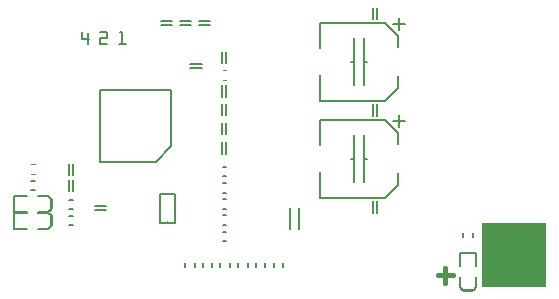
<source format=gto>
G04*
G04 #@! TF.GenerationSoftware,Altium Limited,Altium Designer,18.0.11 (651)*
G04*
G04 Layer_Color=65535*
%FSLAX43Y43*%
%MOMM*%
G71*
G01*
G75*
%ADD10C,0.200*%
%ADD11C,0.127*%
%ADD12C,0.102*%
%ADD13C,0.152*%
%ADD14C,0.400*%
%ADD15R,5.500X5.500*%
D10*
X13575Y5900D02*
G03*
X13325Y5900I-125J0D01*
G01*
X7700Y21600D02*
X8300D01*
X7700Y21100D02*
Y21600D01*
X6200Y21500D02*
Y22100D01*
X9400D02*
X9600D01*
X8300Y21600D02*
Y22100D01*
X6700Y21100D02*
Y22000D01*
X6200Y21500D02*
X6800D01*
X7700Y22100D02*
X8300D01*
X7700Y21100D02*
X8300D01*
X9600Y21100D02*
Y22100D01*
X9300Y21100D02*
X9900D01*
X12810Y8400D02*
X14090D01*
X13575Y5900D02*
X14090D01*
Y8400D01*
X12810Y5900D02*
X13325D01*
X12810D02*
Y8400D01*
X13765Y12420D02*
Y17165D01*
X12480Y11135D02*
X13765Y12420D01*
X7735Y17165D02*
X13765D01*
X7735Y11135D02*
X12480D01*
X7735D02*
Y17165D01*
D11*
X5428Y8649D02*
Y9601D01*
X5072Y8649D02*
Y9601D01*
X1898Y9531D02*
X2202D01*
X1898Y8719D02*
X2202D01*
X5098Y7931D02*
X5402D01*
X5098Y7119D02*
X5402D01*
X12874Y23078D02*
X13826D01*
X12874Y22722D02*
X13826D01*
X450Y8200D02*
X1550D01*
X2450D02*
X3350D01*
X3550Y8000D01*
X3500Y8050D02*
X3675Y7875D01*
Y7175D02*
Y7875D01*
X450Y6850D02*
Y8200D01*
Y6850D02*
X1550D01*
X3525Y7025D02*
X3675Y7175D01*
X3550Y7050D02*
Y8000D01*
X2450Y6850D02*
X3350D01*
X3550Y7050D01*
X31178Y23224D02*
Y24176D01*
X30822Y23224D02*
Y24176D01*
X24575Y5474D02*
Y7226D01*
X23775Y5474D02*
Y7226D01*
X18123Y5206D02*
X18427D01*
X18123Y4394D02*
X18427D01*
X3350Y6825D02*
X3550Y6625D01*
Y5675D02*
Y6625D01*
X3500Y6675D02*
X3675Y6500D01*
X3525Y5650D02*
X3675Y5800D01*
X3350Y5475D02*
X3550Y5675D01*
X2450Y5475D02*
X3350D01*
X2450Y6825D02*
X3350D01*
X450Y5475D02*
Y6825D01*
Y5475D02*
X1550D01*
X450Y6825D02*
X1550D01*
X3675Y5800D02*
Y6500D01*
X39350Y300D02*
X39550Y500D01*
X38400Y300D02*
X39350D01*
X39225Y175D02*
X39400Y350D01*
X38375Y325D02*
X38525Y175D01*
X38200Y500D02*
X38400Y300D01*
X38200Y500D02*
Y1400D01*
X39550Y500D02*
Y1400D01*
X38200Y3400D02*
X39550D01*
X38200Y2300D02*
Y3400D01*
X39550Y2300D02*
Y3400D01*
X38525Y175D02*
X39225D01*
X5098Y6556D02*
X5402D01*
X5098Y5744D02*
X5402D01*
X39281Y4773D02*
Y5077D01*
X38469Y4773D02*
Y5077D01*
X30822Y15024D02*
Y15976D01*
X31178Y15024D02*
Y15976D01*
X30822Y6824D02*
Y7776D01*
X31178Y6824D02*
Y7776D01*
X5072Y10024D02*
Y10976D01*
X5428Y10024D02*
Y10976D01*
X7299Y7047D02*
X8251D01*
X7299Y7403D02*
X8251D01*
X18428Y11824D02*
Y12776D01*
X18072Y11824D02*
Y12776D01*
X15374Y19047D02*
X16326D01*
X15374Y19403D02*
X16326D01*
X18072Y16649D02*
Y17601D01*
X18428Y16649D02*
Y17601D01*
X18072Y13449D02*
Y14401D01*
X18428Y13449D02*
Y14401D01*
X18123Y9894D02*
X18427D01*
X18123Y10706D02*
X18427D01*
X18072Y19499D02*
Y20451D01*
X18428Y19499D02*
Y20451D01*
X16074Y23078D02*
X17026D01*
X16074Y22722D02*
X17026D01*
X14474Y23078D02*
X15426D01*
X14474Y22722D02*
X15426D01*
X18072Y15049D02*
Y16001D01*
X18428Y15049D02*
Y16001D01*
X18123Y9331D02*
X18427D01*
X18123Y8519D02*
X18427D01*
X19419Y2248D02*
Y2552D01*
X20231Y2248D02*
Y2552D01*
X18706Y2248D02*
Y2552D01*
X17894Y2248D02*
Y2552D01*
X18123Y7956D02*
X18427D01*
X18123Y7144D02*
X18427D01*
X18123Y5769D02*
X18427D01*
X18123Y6581D02*
X18427D01*
X21731Y2248D02*
Y2552D01*
X20919Y2248D02*
Y2552D01*
X16419Y2248D02*
Y2552D01*
X17231Y2248D02*
Y2552D01*
X22419Y2248D02*
Y2552D01*
X23231Y2248D02*
Y2552D01*
X15731Y2248D02*
Y2552D01*
X14919Y2248D02*
Y2552D01*
D12*
X18098Y18881D02*
X18403D01*
X18098Y18069D02*
X18403D01*
X1898Y10906D02*
X2202D01*
X1898Y10094D02*
X2202D01*
D13*
X33050Y22300D02*
Y23300D01*
X32550Y22800D02*
X33050D01*
X33550D01*
X31850Y22900D02*
X32950Y21800D01*
Y20850D02*
Y21800D01*
Y17400D02*
Y18350D01*
X31850Y16300D02*
X32950Y17400D01*
X30050Y17600D02*
Y21600D01*
X30150Y19600D02*
X30350D01*
X26350Y22900D02*
X31850D01*
X28950Y19600D02*
X29150D01*
X26350Y20750D02*
Y22900D01*
Y16300D02*
X31850D01*
X29250Y17600D02*
Y21600D01*
X26350Y16300D02*
Y18450D01*
X33050Y14600D02*
X33550D01*
X33050Y14100D02*
Y15100D01*
X31850Y14700D02*
X32950Y13600D01*
X26350Y14700D02*
X31850D01*
X26350Y12550D02*
Y14700D01*
X32950Y12650D02*
Y13600D01*
X29250Y9400D02*
Y13400D01*
X30050Y9400D02*
Y13400D01*
X30150Y11400D02*
X30350D01*
X28950D02*
X29150D01*
X32950Y9200D02*
Y10150D01*
X26350Y8100D02*
Y10250D01*
Y8100D02*
X31850D01*
X32950Y9200D01*
X32550Y14600D02*
X33050D01*
D14*
X36300Y1500D02*
X37633D01*
X36966Y2166D02*
Y833D01*
D15*
X42750Y3250D02*
D03*
M02*

</source>
